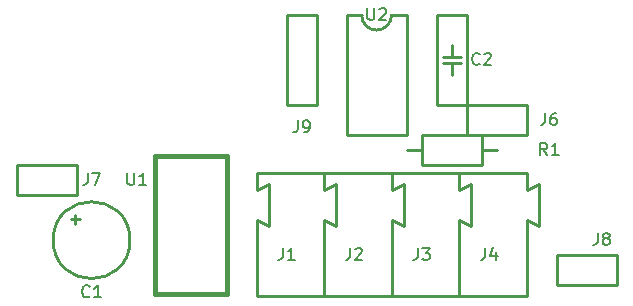
<source format=gto>
G04 (created by PCBNEW (2013-jul-07)-stable) date So 31 Mai 2015 13:33:00 CEST*
%MOIN*%
G04 Gerber Fmt 3.4, Leading zero omitted, Abs format*
%FSLAX34Y34*%
G01*
G70*
G90*
G04 APERTURE LIST*
%ADD10C,0.00590551*%
%ADD11C,0.01*%
%ADD12C,0.015*%
%ADD13C,0.008*%
G04 APERTURE END LIST*
G54D10*
G54D11*
X54760Y-53870D02*
X54760Y-51330D01*
X54760Y-49750D02*
X54760Y-50340D01*
X52500Y-53870D02*
X52500Y-51330D01*
X52500Y-49750D02*
X52500Y-50340D01*
X54760Y-50340D02*
X55160Y-50140D01*
X55160Y-50140D02*
X55160Y-51530D01*
X55160Y-51530D02*
X54760Y-51330D01*
X52500Y-50340D02*
X52900Y-50140D01*
X52900Y-50140D02*
X52900Y-51530D01*
X52900Y-51530D02*
X52500Y-51330D01*
X52500Y-49750D02*
X54760Y-49750D01*
X54760Y-53870D02*
X52500Y-53870D01*
X57010Y-53870D02*
X57010Y-51330D01*
X57010Y-49750D02*
X57010Y-50340D01*
X54750Y-53870D02*
X54750Y-51330D01*
X54750Y-49750D02*
X54750Y-50340D01*
X57010Y-50340D02*
X57410Y-50140D01*
X57410Y-50140D02*
X57410Y-51530D01*
X57410Y-51530D02*
X57010Y-51330D01*
X54750Y-50340D02*
X55150Y-50140D01*
X55150Y-50140D02*
X55150Y-51530D01*
X55150Y-51530D02*
X54750Y-51330D01*
X54750Y-49750D02*
X57010Y-49750D01*
X57010Y-53870D02*
X54750Y-53870D01*
X59260Y-53870D02*
X59260Y-51330D01*
X59260Y-49750D02*
X59260Y-50340D01*
X57000Y-53870D02*
X57000Y-51330D01*
X57000Y-49750D02*
X57000Y-50340D01*
X59260Y-50340D02*
X59660Y-50140D01*
X59660Y-50140D02*
X59660Y-51530D01*
X59660Y-51530D02*
X59260Y-51330D01*
X57000Y-50340D02*
X57400Y-50140D01*
X57400Y-50140D02*
X57400Y-51530D01*
X57400Y-51530D02*
X57000Y-51330D01*
X57000Y-49750D02*
X59260Y-49750D01*
X59260Y-53870D02*
X57000Y-53870D01*
X61510Y-53870D02*
X61510Y-51330D01*
X61510Y-49750D02*
X61510Y-50340D01*
X59250Y-53870D02*
X59250Y-51330D01*
X59250Y-49750D02*
X59250Y-50340D01*
X61510Y-50340D02*
X61910Y-50140D01*
X61910Y-50140D02*
X61910Y-51530D01*
X61910Y-51530D02*
X61510Y-51330D01*
X59250Y-50340D02*
X59650Y-50140D01*
X59650Y-50140D02*
X59650Y-51530D01*
X59650Y-51530D02*
X59250Y-51330D01*
X59250Y-49750D02*
X61510Y-49750D01*
X61510Y-53870D02*
X59250Y-53870D01*
X53500Y-47500D02*
X53500Y-44500D01*
X53500Y-44500D02*
X54500Y-44500D01*
X54500Y-44500D02*
X54500Y-47500D01*
X54500Y-47500D02*
X53500Y-47500D01*
X59500Y-47500D02*
X61500Y-47500D01*
X61500Y-47500D02*
X61500Y-48500D01*
X61500Y-48500D02*
X59500Y-48500D01*
X59500Y-48500D02*
X59500Y-47500D01*
X46500Y-50500D02*
X44500Y-50500D01*
X44500Y-50500D02*
X44500Y-49500D01*
X44500Y-49500D02*
X46500Y-49500D01*
X46500Y-49500D02*
X46500Y-50500D01*
X64500Y-53500D02*
X62500Y-53500D01*
X62500Y-53500D02*
X62500Y-52500D01*
X62500Y-52500D02*
X64500Y-52500D01*
X64500Y-52500D02*
X64500Y-53500D01*
X57500Y-44500D02*
X57500Y-48500D01*
X57500Y-48500D02*
X55500Y-48500D01*
X55500Y-48500D02*
X55500Y-44500D01*
X56000Y-44500D02*
G75*
G03X56500Y-45000I500J0D01*
G74*
G01*
X56500Y-45000D02*
G75*
G03X57000Y-44500I0J500D01*
G74*
G01*
X57000Y-44500D02*
X57500Y-44500D01*
X55500Y-44500D02*
X56000Y-44500D01*
X59000Y-46100D02*
X59000Y-46500D01*
X59300Y-46100D02*
X58700Y-46100D01*
X59000Y-45900D02*
X59000Y-45500D01*
X59300Y-45900D02*
X58700Y-45900D01*
X59500Y-47500D02*
X59500Y-44500D01*
X59500Y-44500D02*
X58500Y-44500D01*
X58500Y-44500D02*
X58500Y-47500D01*
X58500Y-47500D02*
X59500Y-47500D01*
G54D12*
X51500Y-53800D02*
X51500Y-49200D01*
X51500Y-49200D02*
X49100Y-49200D01*
X49100Y-49200D02*
X49100Y-53800D01*
X49100Y-53800D02*
X51500Y-53800D01*
G54D11*
X58000Y-49000D02*
X57500Y-49000D01*
X60000Y-48500D02*
X60000Y-49500D01*
X60000Y-49500D02*
X58000Y-49500D01*
X58000Y-49500D02*
X58000Y-48500D01*
X58000Y-48500D02*
X60000Y-48500D01*
X60000Y-48500D02*
X60000Y-49000D01*
X60000Y-49000D02*
X60500Y-49000D01*
X46450Y-51450D02*
X46450Y-51150D01*
X46300Y-51300D02*
X46600Y-51300D01*
X48280Y-52000D02*
G75*
G03X48280Y-52000I-1280J0D01*
G74*
G01*
G54D13*
X53366Y-52261D02*
X53366Y-52547D01*
X53347Y-52604D01*
X53309Y-52642D01*
X53252Y-52661D01*
X53214Y-52661D01*
X53766Y-52661D02*
X53538Y-52661D01*
X53652Y-52661D02*
X53652Y-52261D01*
X53614Y-52319D01*
X53576Y-52357D01*
X53538Y-52376D01*
X55616Y-52261D02*
X55616Y-52547D01*
X55597Y-52604D01*
X55559Y-52642D01*
X55502Y-52661D01*
X55464Y-52661D01*
X55788Y-52300D02*
X55807Y-52280D01*
X55845Y-52261D01*
X55940Y-52261D01*
X55978Y-52280D01*
X55997Y-52300D01*
X56016Y-52338D01*
X56016Y-52376D01*
X55997Y-52433D01*
X55769Y-52661D01*
X56016Y-52661D01*
X57866Y-52261D02*
X57866Y-52547D01*
X57847Y-52604D01*
X57809Y-52642D01*
X57752Y-52661D01*
X57714Y-52661D01*
X58019Y-52261D02*
X58266Y-52261D01*
X58133Y-52414D01*
X58190Y-52414D01*
X58228Y-52433D01*
X58247Y-52452D01*
X58266Y-52490D01*
X58266Y-52585D01*
X58247Y-52623D01*
X58228Y-52642D01*
X58190Y-52661D01*
X58076Y-52661D01*
X58038Y-52642D01*
X58019Y-52623D01*
X60116Y-52261D02*
X60116Y-52547D01*
X60097Y-52604D01*
X60059Y-52642D01*
X60002Y-52661D01*
X59964Y-52661D01*
X60478Y-52395D02*
X60478Y-52661D01*
X60383Y-52242D02*
X60288Y-52528D01*
X60535Y-52528D01*
X53866Y-48011D02*
X53866Y-48297D01*
X53847Y-48354D01*
X53809Y-48392D01*
X53752Y-48411D01*
X53714Y-48411D01*
X54076Y-48411D02*
X54152Y-48411D01*
X54190Y-48392D01*
X54209Y-48373D01*
X54247Y-48316D01*
X54266Y-48240D01*
X54266Y-48088D01*
X54247Y-48050D01*
X54228Y-48030D01*
X54190Y-48011D01*
X54114Y-48011D01*
X54076Y-48030D01*
X54057Y-48050D01*
X54038Y-48088D01*
X54038Y-48183D01*
X54057Y-48221D01*
X54076Y-48240D01*
X54114Y-48259D01*
X54190Y-48259D01*
X54228Y-48240D01*
X54247Y-48221D01*
X54266Y-48183D01*
X62116Y-47761D02*
X62116Y-48047D01*
X62097Y-48104D01*
X62059Y-48142D01*
X62002Y-48161D01*
X61964Y-48161D01*
X62478Y-47761D02*
X62402Y-47761D01*
X62364Y-47780D01*
X62345Y-47800D01*
X62307Y-47857D01*
X62288Y-47933D01*
X62288Y-48085D01*
X62307Y-48123D01*
X62326Y-48142D01*
X62364Y-48161D01*
X62440Y-48161D01*
X62478Y-48142D01*
X62497Y-48123D01*
X62516Y-48085D01*
X62516Y-47990D01*
X62497Y-47952D01*
X62478Y-47933D01*
X62440Y-47914D01*
X62364Y-47914D01*
X62326Y-47933D01*
X62307Y-47952D01*
X62288Y-47990D01*
X46866Y-49761D02*
X46866Y-50047D01*
X46847Y-50104D01*
X46809Y-50142D01*
X46752Y-50161D01*
X46714Y-50161D01*
X47019Y-49761D02*
X47285Y-49761D01*
X47114Y-50161D01*
X63866Y-51761D02*
X63866Y-52047D01*
X63847Y-52104D01*
X63809Y-52142D01*
X63752Y-52161D01*
X63714Y-52161D01*
X64114Y-51933D02*
X64076Y-51914D01*
X64057Y-51895D01*
X64038Y-51857D01*
X64038Y-51838D01*
X64057Y-51800D01*
X64076Y-51780D01*
X64114Y-51761D01*
X64190Y-51761D01*
X64228Y-51780D01*
X64247Y-51800D01*
X64266Y-51838D01*
X64266Y-51857D01*
X64247Y-51895D01*
X64228Y-51914D01*
X64190Y-51933D01*
X64114Y-51933D01*
X64076Y-51952D01*
X64057Y-51971D01*
X64038Y-52009D01*
X64038Y-52085D01*
X64057Y-52123D01*
X64076Y-52142D01*
X64114Y-52161D01*
X64190Y-52161D01*
X64228Y-52142D01*
X64247Y-52123D01*
X64266Y-52085D01*
X64266Y-52009D01*
X64247Y-51971D01*
X64228Y-51952D01*
X64190Y-51933D01*
X56195Y-44261D02*
X56195Y-44585D01*
X56214Y-44623D01*
X56233Y-44642D01*
X56271Y-44661D01*
X56347Y-44661D01*
X56385Y-44642D01*
X56404Y-44623D01*
X56423Y-44585D01*
X56423Y-44261D01*
X56595Y-44300D02*
X56614Y-44280D01*
X56652Y-44261D01*
X56747Y-44261D01*
X56785Y-44280D01*
X56804Y-44300D01*
X56823Y-44338D01*
X56823Y-44376D01*
X56804Y-44433D01*
X56576Y-44661D01*
X56823Y-44661D01*
X59933Y-46123D02*
X59914Y-46142D01*
X59857Y-46161D01*
X59819Y-46161D01*
X59761Y-46142D01*
X59723Y-46104D01*
X59704Y-46066D01*
X59685Y-45990D01*
X59685Y-45933D01*
X59704Y-45857D01*
X59723Y-45819D01*
X59761Y-45780D01*
X59819Y-45761D01*
X59857Y-45761D01*
X59914Y-45780D01*
X59933Y-45800D01*
X60085Y-45800D02*
X60104Y-45780D01*
X60142Y-45761D01*
X60238Y-45761D01*
X60276Y-45780D01*
X60295Y-45800D01*
X60314Y-45838D01*
X60314Y-45876D01*
X60295Y-45933D01*
X60066Y-46161D01*
X60314Y-46161D01*
X48195Y-49761D02*
X48195Y-50085D01*
X48214Y-50123D01*
X48233Y-50142D01*
X48271Y-50161D01*
X48347Y-50161D01*
X48385Y-50142D01*
X48404Y-50123D01*
X48423Y-50085D01*
X48423Y-49761D01*
X48823Y-50161D02*
X48595Y-50161D01*
X48709Y-50161D02*
X48709Y-49761D01*
X48671Y-49819D01*
X48633Y-49857D01*
X48595Y-49876D01*
X62183Y-49161D02*
X62050Y-48971D01*
X61954Y-49161D02*
X61954Y-48761D01*
X62107Y-48761D01*
X62145Y-48780D01*
X62164Y-48800D01*
X62183Y-48838D01*
X62183Y-48895D01*
X62164Y-48933D01*
X62145Y-48952D01*
X62107Y-48971D01*
X61954Y-48971D01*
X62564Y-49161D02*
X62335Y-49161D01*
X62450Y-49161D02*
X62450Y-48761D01*
X62411Y-48819D01*
X62373Y-48857D01*
X62335Y-48876D01*
X46933Y-53873D02*
X46914Y-53892D01*
X46857Y-53911D01*
X46819Y-53911D01*
X46761Y-53892D01*
X46723Y-53854D01*
X46704Y-53816D01*
X46685Y-53740D01*
X46685Y-53683D01*
X46704Y-53607D01*
X46723Y-53569D01*
X46761Y-53530D01*
X46819Y-53511D01*
X46857Y-53511D01*
X46914Y-53530D01*
X46933Y-53550D01*
X47314Y-53911D02*
X47085Y-53911D01*
X47200Y-53911D02*
X47200Y-53511D01*
X47161Y-53569D01*
X47123Y-53607D01*
X47085Y-53626D01*
M02*

</source>
